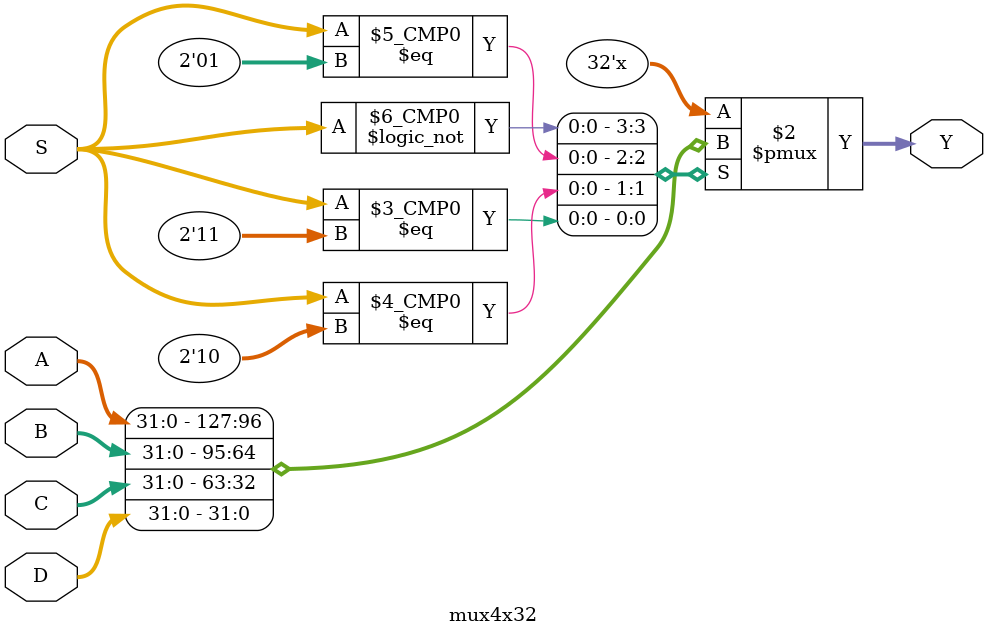
<source format=v>
`timescale 1ns / 1ps


module mux4x32(
    input [31:0] A,
    input [31:0] B,
    input [31:0] C,
    input [31:0] D,
    input [1:0] S,
    output reg [31:0] Y
    );
    
always@(*)begin
    case (S)
        2'b00: Y = A;
        2'b01: Y = B;
        2'b10: Y = C;
        2'b11: Y = D;
    endcase
end
    
endmodule

</source>
